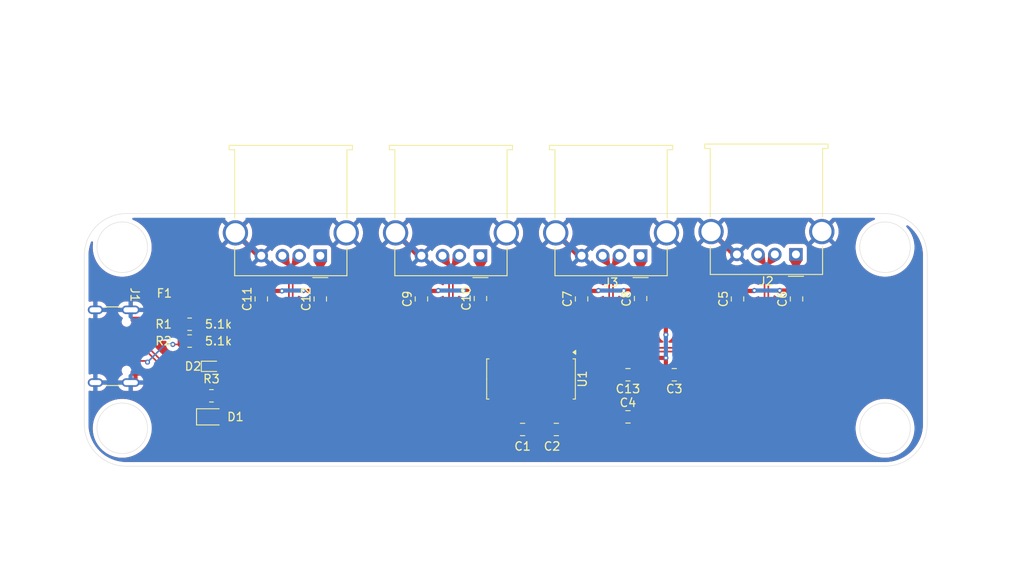
<source format=kicad_pcb>
(kicad_pcb (version 20241229) (generator "pcbnew") (generator_version "9.0")
  (layers (0 "F.Cu" signal) (2 "B.Cu" signal) (13 "F.Paste" user) (15 "B.Paste" user) (5 "F.SilkS" user "F.Silkscreen") (7 "B.SilkS" user "B.Silkscreen") (1 "F.Mask" user) (3 "B.Mask" user) (25 "Edge.Cuts" user))
  (net 0 "")
  (net 1 "GND")
  (net 2 "Net-(U1-VDD3)")
  (net 3 "Net-(U1-VDD18)")
  (net 4 "/VBUS")
  (net 5 "Net-(D1-A)")
  (net 6 "/D+")
  (net 8 "Net-(J1-CC1)")
  (net 9 "/D-")
  (net 10 "Net-(J1-CC2)")
  (net 12 "/D4-")
  (net 13 "/D4+")
  (net 14 "/D3+")
  (net 15 "/D3-")
  (net 16 "/D2+")
  (net 17 "/D2-")
  (net 18 "/D1-")
  (net 19 "/D1+")
  (net 21 "Net-(F1-Pad1)")
  (footprint "Connector_USB:USB_A_Molex_67643_Horizontal" (layer "F.Cu") (at 118 92.86 180)
    (property "Reference" "J5" (hide yes))
    (property "Value" "USB_A")
    (fp_line (start 10.81 13.1) (end 10.81 12.58) (stroke (width 0.12)) (layer "F.SilkS"))
    (fp_line (start 10.81 12.58) (end 10.16 12.58) (stroke (width 0.12)) (layer "F.SilkS"))
    (fp_line (start 10.16 4.47) (end 10.16 12.58) (stroke (width 0.12)) (layer "F.SilkS"))
    (fp_line (start 10.16 -2.38) (end 10.16 0.95) (stroke (width 0.12)) (layer "F.SilkS"))
    (fp_line (start -0.9 -2.6) (end 0.9 -2.6) (stroke (width 0.12)) (layer "F.SilkS"))
    (fp_line (start -3.16 12.58) (end -3.16 4.47) (stroke (width 0.12)) (layer "F.SilkS"))
    (fp_line (start -3.16 12.58) (end -3.81 12.58) (stroke (width 0.12)) (layer "F.SilkS"))
    (fp_line (start -3.16 -2.38) (end 10.16 -2.38) (stroke (width 0.12)) (layer "F.SilkS"))
    (fp_line (start -3.16 -2.38) (end -3.16 0.95) (stroke (width 0.12)) (layer "F.SilkS"))
    (fp_line (start -3.81 13.1) (end 10.81 13.1) (stroke (width 0.12)) (layer "F.SilkS"))
    (fp_line (start -3.81 12.58) (end -3.81 13.1) (stroke (width 0.12)) (layer "F.SilkS"))
    (pad "1" thru_hole rect (at 0 0 180) (size 1.6 1.5) (drill 0.95) (layers "*.Cu" "*.Mask") (net 4 "/VBUS"))
    (pad "2" thru_hole circle (at 2.5 0 180) (size 1.6 1.6) (drill 0.95) (layers "*.Cu" "*.Mask") (net 18 "/D1-"))
    (pad "3" thru_hole circle (at 4.5 0 180) (size 1.6 1.6) (drill 0.95) (layers "*.Cu" "*.Mask") (net 19 "/D1+"))
    (pad "4" thru_hole circle (at 7 0 180) (size 1.6 1.6) (drill 0.95) (layers "*.Cu" "*.Mask") (net 1 "GND"))
    (pad "5" thru_hole circle (at -3.07 2.71 180) (size 3 3) (drill 2.3) (layers "*.Cu" "*.Mask") (net 1 "GND"))
    (pad "5" thru_hole circle (at 10.07 2.71 180) (size 3 3) (drill 2.3) (layers "*.Cu" "*.Mask") (net 1 "GND"))
  )
  (footprint "Capacitor_SMD:C_0805_2012Metric" (layer "F.Cu") (at 146 113.5)
    (property "Reference" "C2" (at -0.5 2 0) (layer "F.SilkS"))
    (property "Value" "10uF")
    (fp_line (start -0.261252 -0.735) (end 0.261252 -0.735) (stroke (width 0.12)) (layer "F.SilkS"))
    (fp_line (start -0.261252 0.735) (end 0.261252 0.735) (stroke (width 0.12)) (layer "F.SilkS"))
    (pad "1" smd roundrect (at -0.95 0) (size 1 1.45) (layers "F.Cu" "F.Mask" "F.Paste") (net 3 "Net-(U1-VDD18)"))
    (pad "2" smd roundrect (at 0.95 0) (size 1 1.45) (layers "F.Cu" "F.Mask" "F.Paste") (net 1 "GND"))
  )
  (footprint "Resistor_SMD:R_0805_2012Metric" (layer "F.Cu") (at 105.0875 109.5)
    (property "Reference" "R3" (at 0 -2 0) (layer "F.SilkS"))
    (property "Value" "2k")
    (fp_line (start -0.227064 -0.735) (end 0.227064 -0.735) (stroke (width 0.12)) (layer "F.SilkS"))
    (fp_line (start -0.227064 0.735) (end 0.227064 0.735) (stroke (width 0.12)) (layer "F.SilkS"))
    (pad "1" smd roundrect (at -0.9125 0) (size 1.025 1.4) (layers "F.Cu" "F.Mask" "F.Paste") (roundrect_rratio 0.243902) (net 4 "/VBUS"))
    (pad "2" smd roundrect (at 0.9125 0) (size 1.025 1.4) (layers "F.Cu" "F.Mask" "F.Paste") (roundrect_rratio 0.243902) (net 5 "Net-(D1-A)"))
  )
  (footprint "Capacitor_SMD:C_0805_2012Metric" (layer "F.Cu") (at 137 97.95 90)
    (property "Reference" "C10" (at 0 -1.68 90) (layer "F.SilkS"))
    (property "Value" "100nF")
    (fp_line (start -0.261252 -0.735) (end 0.261252 -0.735) (stroke (width 0.12)) (layer "F.SilkS"))
    (fp_line (start -0.261252 0.735) (end 0.261252 0.735) (stroke (width 0.12)) (layer "F.SilkS"))
    (pad "1" smd roundrect (at -0.95 0 90) (size 1 1.45) (layers "F.Cu" "F.Mask" "F.Paste") (net 1 "GND"))
    (pad "2" smd roundrect (at 0.95 0 90) (size 1 1.45) (layers "F.Cu" "F.Mask" "F.Paste") (net 4 "/VBUS"))
  )
  (footprint "Diode_SMD:Nexperia_DSN1608-2_1.6x0.8mm" (layer "F.Cu") (at 104.9 106)
    (property "Reference" "D2" (at -2 0 0) (layer "F.SilkS"))
    (property "Value" "PTVS5V0Z1USK")
    (fp_line (start -1.015 -0.61) (end -1.015 0.61) (stroke (width 0.12)) (layer "F.SilkS"))
    (fp_line (start -1.015 0.61) (end 0.8 0.61) (stroke (width 0.12)) (layer "F.SilkS"))
    (fp_line (start 0.8 -0.61) (end -1.015 -0.61) (stroke (width 0.12)) (layer "F.SilkS"))
    (pad "1" smd roundrect (at -0.285 0) (size 0.93 0.7) (layers "F.Cu" "F.Mask" "F.Paste") (roundrect_rratio 0.1071428571) (net 4 "/VBUS"))
    (pad "2" smd roundrect (at 0.6 0) (size 0.3 0.7) (layers "F.Cu" "F.Mask" "F.Paste") (net 1 "GND"))
  )
  (footprint "Capacitor_SMD:C_0805_2012Metric" (layer "F.Cu") (at 154.5 107 180)
    (property "Reference" "C13" (at 0 -1.68 0) (layer "F.SilkS"))
    (property "Value" "10uF")
    (fp_line (start -0.261252 0.735) (end 0.261252 0.735) (stroke (width 0.12)) (layer "F.SilkS"))
    (fp_line (start -0.261252 -0.735) (end 0.261252 -0.735) (stroke (width 0.12)) (layer "F.SilkS"))
    (pad "1" smd roundrect (at -0.95 0 180) (size 1 1.45) (layers "F.Cu" "F.Mask" "F.Paste") (net 1 "GND"))
    (pad "2" smd roundrect (at 0.95 0 180) (size 1 1.45) (layers "F.Cu" "F.Mask" "F.Paste") (net 4 "/VBUS"))
  )
  (footprint "Resistor_SMD:R_0805_2012Metric" (layer "F.Cu") (at 102.5 103)
    (property "Reference" "R2" (at -3.0875 0 0) (layer "F.SilkS"))
    (property "Value" "5.1k" (at 3.4125 0 0) (layer "F.SilkS"))
    (fp_line (start -0.227064 -0.735) (end 0.227064 -0.735) (stroke (width 0.12)) (layer "F.SilkS"))
    (fp_line (start -0.227064 0.735) (end 0.227064 0.735) (stroke (width 0.12)) (layer "F.SilkS"))
    (pad "1" smd roundrect (at -0.9125 0) (size 1.025 1.4) (layers "F.Cu" "F.Mask" "F.Paste") (roundrect_rratio 0.243902) (net 10 "Net-(J1-CC2)"))
    (pad "2" smd roundrect (at 0.9125 0) (size 1.025 1.4) (layers "F.Cu" "F.Mask" "F.Paste") (roundrect_rratio 0.243902) (net 1 "GND"))
  )
  (footprint "Capacitor_SMD:C_0805_2012Metric" (layer "F.Cu") (at 154.5 112)
    (property "Reference" "C4" (at 0 -1.68 0) (layer "F.SilkS"))
    (property "Value" "100nF")
    (fp_line (start -0.261252 -0.735) (end 0.261252 -0.735) (stroke (width 0.12)) (layer "F.SilkS"))
    (fp_line (start -0.261252 0.735) (end 0.261252 0.735) (stroke (width 0.12)) (layer "F.SilkS"))
    (pad "1" smd roundrect (at -0.95 0) (size 1 1.45) (layers "F.Cu" "F.Mask" "F.Paste") (net 4 "/VBUS"))
    (pad "2" smd roundrect (at 0.95 0) (size 1 1.45) (layers "F.Cu" "F.Mask" "F.Paste") (net 1 "GND"))
  )
  (footprint "Connector_USB:USB_A_Molex_67643_Horizontal" (layer "F.Cu") (at 137 92.86 180)
    (property "Reference" "J4" (hide yes))
    (property "Value" "USB_A" (hide yes))
    (fp_line (start 10.81 13.1) (end 10.81 12.58) (stroke (width 0.12)) (layer "F.SilkS"))
    (fp_line (start 10.81 12.58) (end 10.16 12.58) (stroke (width 0.12)) (layer "F.SilkS"))
    (fp_line (start 10.16 4.47) (end 10.16 12.58) (stroke (width 0.12)) (layer "F.SilkS"))
    (fp_line (start 10.16 -2.38) (end 10.16 0.95) (stroke (width 0.12)) (layer "F.SilkS"))
    (fp_line (start -0.9 -2.6) (end 0.9 -2.6) (stroke (width 0.12)) (layer "F.SilkS"))
    (fp_line (start -3.16 12.58) (end -3.16 4.47) (stroke (width 0.12)) (layer "F.SilkS"))
    (fp_line (start -3.16 12.58) (end -3.81 12.58) (stroke (width 0.12)) (layer "F.SilkS"))
    (fp_line (start -3.16 -2.38) (end 10.16 -2.38) (stroke (width 0.12)) (layer "F.SilkS"))
    (fp_line (start -3.16 -2.38) (end -3.16 0.95) (stroke (width 0.12)) (layer "F.SilkS"))
    (fp_line (start -3.81 13.1) (end 10.81 13.1) (stroke (width 0.12)) (layer "F.SilkS"))
    (fp_line (start -3.81 12.58) (end -3.81 13.1) (stroke (width 0.12)) (layer "F.SilkS"))
    (pad "1" thru_hole rect (at 0 0 180) (size 1.6 1.5) (drill 0.95) (layers "*.Cu" "*.Mask") (net 4 "/VBUS"))
    (pad "2" thru_hole circle (at 2.5 0 180) (size 1.6 1.6) (drill 0.95) (layers "*.Cu" "*.Mask") (net 17 "/D2-"))
    (pad "3" thru_hole circle (at 4.5 0 180) (size 1.6 1.6) (drill 0.95) (layers "*.Cu" "*.Mask") (net 16 "/D2+"))
    (pad "4" thru_hole circle (at 7 0 180) (size 1.6 1.6) (drill 0.95) (layers "*.Cu" "*.Mask") (net 1 "GND"))
    (pad "5" thru_hole circle (at -3.07 2.71 180) (size 3 3) (drill 2.3) (layers "*.Cu" "*.Mask") (net 1 "GND"))
    (pad "5" thru_hole circle (at 10.07 2.71 180) (size 3 3) (drill 2.3) (layers "*.Cu" "*.Mask") (net 1 "GND"))
  )
  (footprint "Capacitor_SMD:C_0805_2012Metric" (layer "F.Cu") (at 111 98 90)
    (property "Reference" "C11" (at 0 -1.68 90) (layer "F.SilkS"))
    (property "Value" "10uF")
    (fp_line (start -0.261252 -0.735) (end 0.261252 -0.735) (stroke (width 0.12)) (layer "F.SilkS"))
    (fp_line (start -0.261252 0.735) (end 0.261252 0.735) (stroke (width 0.12)) (layer "F.SilkS"))
    (pad "1" smd roundrect (at -0.95 0 90) (size 1 1.45) (layers "F.Cu" "F.Mask" "F.Paste") (net 1 "GND"))
    (pad "2" smd roundrect (at 0.95 0 90) (size 1 1.45) (layers "F.Cu" "F.Mask" "F.Paste") (net 4 "/VBUS"))
  )
  (footprint "Resistor_SMD:R_0805_2012Metric" (layer "F.Cu") (at 102.5 101)
    (property "Reference" "R1" (at -3.0875 0 0) (layer "F.SilkS"))
    (property "Value" "5.1k" (at 3.4125 0 0) (layer "F.SilkS"))
    (fp_line (start -0.227064 -0.735) (end 0.227064 -0.735) (stroke (width 0.12)) (layer "F.SilkS"))
    (fp_line (start -0.227064 0.735) (end 0.227064 0.735) (stroke (width 0.12)) (layer "F.SilkS"))
    (pad "1" smd roundrect (at -0.9125 0) (size 1.025 1.4) (layers "F.Cu" "F.Mask" "F.Paste") (roundrect_rratio 0.243902) (net 8 "Net-(J1-CC1)"))
    (pad "2" smd roundrect (at 0.9125 0) (size 1.025 1.4) (layers "F.Cu" "F.Mask" "F.Paste") (roundrect_rratio 0.243902) (net 1 "GND"))
  )
  (footprint "Connector_USB:USB_C_Receptacle_GCT_USB4105-xx-A_16P_TopMnt_Horizontal" (layer "F.Cu") (at 92.395 103.61 -90)
    (property "Reference" "J1" (at -6.11 -3.605 270) (layer "F.SilkS"))
    (property "Value" "USB_C_Receptacle_USB2.0_16P")
    (fp_line (start -4.67 -0.1) (end -4.67 -1.8) (stroke (width 0.12)) (layer "F.SilkS"))
    (fp_line (start 4.67 -0.1) (end 4.67 -1.8) (stroke (width 0.12)) (layer "F.SilkS"))
    (pad "" np_thru_hole circle (at -2.89 -2.605 270) (size 0.65 0.65) (drill 0.65) (layers "*.Cu" "*.Mask"))
    (pad "" np_thru_hole circle (at 2.89 -2.605 270) (size 0.65 0.65) (drill 0.65) (layers "*.Cu" "*.Mask"))
    (pad "A1" smd roundrect (at -3.2 -3.68 270) (size 0.6 1.15) (layers "F.Cu" "F.Mask" "F.Paste") (net 1 "GND"))
    (pad "A4" smd roundrect (at -2.4 -3.68 270) (size 0.6 1.15) (layers "F.Cu" "F.Mask" "F.Paste") (net 21 "Net-(F1-Pad1)"))
    (pad "A5" smd roundrect (at -1.25 -3.68 270) (size 0.3 1.15) (layers "F.Cu" "F.Mask" "F.Paste") (net 8 "Net-(J1-CC1)"))
    (pad "A6" smd roundrect (at -0.25 -3.68 270) (size 0.3 1.15) (layers "F.Cu" "F.Mask" "F.Paste") (net 6 "/D+"))
    (pad "A7" smd roundrect (at 0.25 -3.68 270) (size 0.3 1.15) (layers "F.Cu" "F.Mask" "F.Paste") (net 9 "/D-"))
    (pad "A8" smd roundrect (at 1.25 -3.68 270) (size 0.3 1.15) (layers "F.Cu" "F.Mask" "F.Paste"))
    (pad "A9" smd roundrect (at 2.4 -3.68 270) (size 0.6 1.15) (layers "F.Cu" "F.Mask" "F.Paste") (net 21 "Net-(F1-Pad1)"))
    (pad "A12" smd roundrect (at 3.2 -3.68 270) (size 0.6 1.15) (layers "F.Cu" "F.Mask" "F.Paste") (net 1 "GND"))
    (pad "B1" smd roundrect (at 3.2 -3.68 270) (size 0.6 1.15) (layers "F.Cu" "F.Mask" "F.Paste") (net 1 "GND"))
    (pad "B4" smd roundrect (at 2.4 -3.68 270) (size 0.6 1.15) (layers "F.Cu" "F.Mask" "F.Paste") (net 21 "Net-(F1-Pad1)"))
    (pad "B5" smd roundrect (at 1.75 -3.68 270) (size 0.3 1.15) (layers "F.Cu" "F.Mask" "F.Paste") (net 10 "Net-(J1-CC2)"))
    (pad "B6" smd roundrect (at 0.75 -3.68 270) (size 0.3 1.15) (layers "F.Cu" "F.Mask" "F.Paste") (net 6 "/D+"))
    (pad "B7" smd roundrect (at -0.75 -3.68 270) (size 0.3 1.15) (layers "F.Cu" "F.Mask" "F.Paste") (net 9 "/D-"))
    (pad "B8" smd roundrect (at -1.75 -3.68 270) (size 0.3 1.15) (layers "F.Cu" "F.Mask" "F.Paste"))
    (pad "B9" smd roundrect (at -2.4 -3.68 270) (size 0.6 1.15) (layers "F.Cu" "F.Mask" "F.Paste") (net 21 "Net-(F1-Pad1)"))
    (pad "B12" smd roundrect (at -3.2 -3.68 270) (size 0.6 1.15) (layers "F.Cu" "F.Mask" "F.Paste") (net 1 "GND"))
    (pad "S1" thru_hole oval (at -4.32 -3.105 270) (size 1 2.1) (drill oval 0.6 1.7) (layers "*.Cu" "*.Mask" "F.Paste") (net 1 "GND"))
    (pad "S1" thru_hole oval (at -4.32 1.075 270) (size 1 1.8) (drill oval 0.6 1.4) (layers "*.Cu" "*.Mask" "F.Paste") (net 1 "GND"))
    (pad "S1" thru_hole oval (at 4.32 -3.105 270) (size 1 2.1) (drill oval 0.6 1.7) (layers "*.Cu" "*.Mask" "F.Paste") (net 1 "GND"))
    (pad "S1" thru_hole oval (at 4.32 1.075 270) (size 1 1.8) (drill oval 0.6 1.4) (layers "*.Cu" "*.Mask" "F.Paste") (net 1 "GND"))
  )
  (footprint "Capacitor_SMD:C_0805_2012Metric" (layer "F.Cu") (at 160 107 180)
    (property "Reference" "C3" (at 0 -1.68 0) (layer "F.SilkS"))
    (property "Value" "100nF")
    (fp_line (start -0.261252 0.735) (end 0.261252 0.735) (stroke (width 0.12)) (layer "F.SilkS"))
    (fp_line (start -0.261252 -0.735) (end 0.261252 -0.735) (stroke (width 0.12)) (layer "F.SilkS"))
    (pad "1" smd roundrect (at -0.95 0 180) (size 1 1.45) (layers "F.Cu" "F.Mask" "F.Paste") (net 1 "GND"))
    (pad "2" smd roundrect (at 0.95 0 180) (size 1 1.45) (layers "F.Cu" "F.Mask" "F.Paste") (net 4 "/VBUS"))
  )
  (footprint "Fuse:Fuse_0402_1005Metric" (layer "F.Cu") (at 99.5 98.5)
    (property "Reference" "F1" (at 0 -1.17 0) (layer "F.SilkS"))
    (property "Value" "Fuse")
    (pad "1" smd roundrect (at -0.485 0) (size 0.59 0.64) (layers "F.Cu" "F.Mask" "F.Paste") (net 21 "Net-(F1-Pad1)"))
    (pad "2" smd roundrect (at 0.485 0) (size 0.59 0.64) (layers "F.Cu" "F.Mask" "F.Paste") (net 4 "/VBUS"))
  )
  (footprint "Capacitor_SMD:C_0805_2012Metric" (layer "F.Cu") (at 130 98 90)
    (property "Reference" "C9" (at 0 -1.68 90) (layer "F.SilkS"))
    (property "Value" "10uF")
    (fp_line (start -0.261252 -0.735) (end 0.261252 -0.735) (stroke (width 0.12)) (layer "F.SilkS"))
    (fp_line (start -0.261252 0.735) (end 0.261252 0.735) (stroke (width 0.12)) (layer "F.SilkS"))
    (pad "1" smd roundrect (at -0.95 0 90) (size 1 1.45) (layers "F.Cu" "F.Mask" "F.Paste") (net 1 "GND"))
    (pad "2" smd roundrect (at 0.95 0 90) (size 1 1.45) (layers "F.Cu" "F.Mask" "F.Paste") (net 4 "/VBUS"))
  )
  (footprint "Connector_USB:USB_A_Molex_67643_Horizontal" (layer "F.Cu") (at 174.43 92.71 180)
    (property "Reference" "J2" (at 3.5 -3.19 0) (layer "F.SilkS"))
    (property "Value" "USB_A")
    (fp_line (start 10.81 13.1) (end 10.81 12.58) (stroke (width 0.12)) (layer "F.SilkS"))
    (fp_line (start 10.81 12.58) (end 10.16 12.58) (stroke (width 0.12)) (layer "F.SilkS"))
    (fp_line (start 10.16 4.47) (end 10.16 12.58) (stroke (width 0.12)) (layer "F.SilkS"))
    (fp_line (start 10.16 -2.38) (end 10.16 0.95) (stroke (width 0.12)) (layer "F.SilkS"))
    (fp_line (start -0.9 -2.6) (end 0.9 -2.6) (stroke (width 0.12)) (layer "F.SilkS"))
    (fp_line (start -3.16 12.58) (end -3.16 4.47) (stroke (width 0.12)) (layer "F.SilkS"))
    (fp_line (start -3.16 12.58) (end -3.81 12.58) (stroke (width 0.12)) (layer "F.SilkS"))
    (fp_line (start -3.16 -2.38) (end 10.16 -2.38) (stroke (width 0.12)) (layer "F.SilkS"))
    (fp_line (start -3.16 -2.38) (end -3.16 0.95) (stroke (width 0.12)) (layer "F.SilkS"))
    (fp_line (start -3.81 13.1) (end 10.81 13.1) (stroke (width 0.12)) (layer "F.SilkS"))
    (fp_line (start -3.81 12.58) (end -3.81 13.1) (stroke (width 0.12)) (layer "F.SilkS"))
    (pad "1" thru_hole rect (at 0 0 180) (size 1.6 1.5) (drill 0.95) (layers "*.Cu" "*.Mask") (net 4 "/VBUS"))
    (pad "2" thru_hole circle (at 2.5 0 180) (size 1.6 1.6) (drill 0.95) (layers "*.Cu" "*.Mask") (net 12 "/D4-"))
    (pad "3" thru_hole circle (at 4.5 0 180) (size 1.6 1.6) (drill 0.95) (layers "*.Cu" "*.Mask") (net 13 "/D4+"))
    (pad "4" thru_hole circle (at 7 0 180) (size 1.6 1.6) (drill 0.95) (layers "*.Cu" "*.Mask") (net 1 "GND"))
    (pad "5" thru_hole circle (at -3.07 2.71 180) (size 3 3) (drill 2.3) (layers "*.Cu" "*.Mask") (net 1 "GND"))
    (pad "5" thru_hole circle (at 10.07 2.71 180) (size 3 3) (drill 2.3) (layers "*.Cu" "*.Mask") (net 1 "GND"))
  )
  (footprint "Connector_USB:USB_A_Molex_67643_Horizontal" (layer "F.Cu") (at 156 92.86 180)
    (property "Reference" "J3" (at 3.5 -3.19 0) (layer "F.SilkS"))
    (property "Value" "USB_A")
    (fp_line (start 10.81 13.1) (end 10.81 12.58) (stroke (width 0.12)) (layer "F.SilkS"))
    (fp_line (start 10.81 12.58) (end 10.16 12.58) (stroke (width 0.12)) (layer "F.SilkS"))
    (fp_line (start 10.16 4.47) (end 10.16 12.58) (stroke (width 0.12)) (layer "F.SilkS"))
    (fp_line (start 10.16 -2.38) (end 10.16 0.95) (stroke (width 0.12)) (layer "F.SilkS"))
    (fp_line (start -0.9 -2.6) (end 0.9 -2.6) (stroke (width 0.12)) (layer "F.SilkS"))
    (fp_line (start -3.16 12.58) (end -3.16 4.47) (stroke (width 0.12)) (layer "F.SilkS"))
    (fp_line (start -3.16 12.58) (end -3.81 12.58) (stroke (width 0.12)) (layer "F.SilkS"))
    (fp_line (start -3.16 -2.38) (end 10.16 -2.38) (stroke (width 0.12)) (layer "F.SilkS"))
    (fp_line (start -3.16 -2.38) (end -3.16 0.95) (stroke (width 0.12)) (layer "F.SilkS"))
    (fp_line (start -3.81 13.1) (end 10.81 13.1) (stroke (width 0.12)) (layer "F.SilkS"))
    (fp_line (start -3.81 12.58) (end -3.81 13.1) (stroke (width 0.12)) (layer "F.SilkS"))
    (pad "1" thru_hole rect (at 0 0 180) (size 1.6 1.5) (drill 0.95) (layers "*.Cu" "*.Mask") (net 4 "/VBUS"))
    (pad "2" thru_hole circle (at 2.5 0 180) (size 1.6 1.6) (drill 0.95) (layers "*.Cu" "*.Mask") (net 15 "/D3-"))
    (pad "3" thru_hole circle (at 4.5 0 180) (size 1.6 1.6) (drill 0.95) (layers "*.Cu" "*.Mask") (net 14 "/D3+"))
    (pad "4" thru_hole circle (at 7 0 180) (size 1.6 1.6) (drill 0.95) (layers "*.Cu" "*.Mask") (net 1 "GND"))
    (pad "5" thru_hole circle (at -3.07 2.71 180) (size 3 3) (drill 2.3) (layers "*.Cu" "*.Mask") (net 1 "GND"))
    (pad "5" thru_hole circle (at 10.07 2.71 180) (size 3 3) (drill 2.3) (layers "*.Cu" "*.Mask") (net 1 "GND"))
  )
  (footprint "Capacitor_SMD:C_0805_2012Metric" (layer "F.Cu") (at 156 97.95 90)
    (property "Reference" "C8" (at 0 -1.68 90) (layer "F.SilkS"))
    (property "Value" "100nF")
    (fp_line (start -0.261252 -0.735) (end 0.261252 -0.735) (stroke (width 0.12)) (layer "F.SilkS"))
    (fp_line (start -0.261252 0.735) (end 0.261252 0.735) (stroke (width 0.12)) (layer "F.SilkS"))
    (pad "1" smd roundrect (at -0.95 0 90) (size 1 1.45) (layers "F.Cu" "F.Mask" "F.Paste") (net 1 "GND"))
    (pad "2" smd roundrect (at 0.95 0 90) (size 1 1.45) (layers "F.Cu" "F.Mask" "F.Paste") (net 4 "/VBUS"))
  )
  (footprint "Capacitor_SMD:C_0805_2012Metric" (layer "F.Cu") (at 167.5 98 90)
    (property "Reference" "C5" (at 0 -1.68 90) (layer "F.SilkS"))
    (property "Value" "10uF")
    (fp_line (start -0.261252 -0.735) (end 0.261252 -0.735) (stroke (width 0.12)) (layer "F.SilkS"))
    (fp_line (start -0.261252 0.735) (end 0.261252 0.735) (stroke (width 0.12)) (layer "F.SilkS"))
    (pad "1" smd roundrect (at -0.95 0 90) (size 1 1.45) (layers "F.Cu" "F.Mask" "F.Paste") (net 1 "GND"))
    (pad "2" smd roundrect (at 0.95 0 90) (size 1 1.45) (layers "F.Cu" "F.Mask" "F.Paste") (net 4 "/VBUS"))
  )
  (footprint "LED_SMD:LED_0805_2012Metric" (layer "F.Cu") (at 105 112)
    (property "Reference" "D1" (at 2.9375 0 0) (layer "F.SilkS"))
    (property "Value" "LED_Small")
    (fp_line (start -1.685 -0.96) (end -1.685 0.96) (stroke (width 0.12)) (layer "F.SilkS"))
    (fp_line (start -1.685 0.96) (end 1 0.96) (stroke (width 0.12)) (layer "F.SilkS"))
    (fp_line (start 1 -0.96) (end -1.685 -0.96) (stroke (width 0.12)) (layer "F.SilkS"))
    (pad "1" smd roundrect (at -0.9375 0) (size 0.975 1.4) (layers "F.Cu" "F.Mask" "F.Paste") (net 1 "GND"))
    (pad "2" smd roundrect (at 0.9375 0) (size 0.975 1.4) (layers "F.Cu" "F.Mask" "F.Paste") (net 5 "Net-(D1-A)"))
  )
  (footprint "Capacitor_SMD:C_0805_2012Metric" (layer "F.Cu") (at 174.5 98 90)
    (property "Reference" "C6" (at 0 -1.68 90) (layer "F.SilkS"))
    (property "Value" "100nF")
    (fp_line (start -0.261252 -0.735) (end 0.261252 -0.735) (stroke (width 0.12)) (layer "F.SilkS"))
    (fp_line (start -0.261252 0.735) (end 0.261252 0.735) (stroke (width 0.12)) (layer "F.SilkS"))
    (pad "1" smd roundrect (at -0.95 0 90) (size 1 1.45) (layers "F.Cu" "F.Mask" "F.Paste") (net 1 "GND"))
    (pad "2" smd roundrect (at 0.95 0 90) (size 1 1.45) (layers "F.Cu" "F.Mask" "F.Paste") (net 4 "/VBUS"))
  )
  (footprint "Capacitor_SMD:C_0805_2012Metric" (layer "F.Cu") (at 149 98 90)
    (property "Reference" "C7" (at 0 -1.68 90) (layer "F.SilkS"))
    (property "Value" "10uF")
    (fp_line (start -0.261252 -0.735) (end 0.261252 -0.735) (stroke (width 0.12)) (layer "F.SilkS"))
    (fp_line (start -0.261252 0.735) (end 0.261252 0.735) (stroke (width 0.12)) (layer "F.SilkS"))
    (pad "1" smd roundrect (at -0.95 0 90) (size 1 1.45) (layers "F.Cu" "F.Mask" "F.Paste") (net 1 "GND"))
    (pad "2" smd roundrect (at 0.95 0 90) (size 1 1.45) (layers "F.Cu" "F.Mask" "F.Paste") (net 4 "/VBUS"))
  )
  (footprint "Package_SO:SOIC-16_4.55x10.3mm_P1.27mm" (layer "F.Cu") (at 143 107.5 -90)
    (property "Reference" "U1" (at 0 -6.1 90) (layer "F.SilkS"))
    (property "Value" "SL2.1A")
    (fp_line (start -2.385 5.26) (end -2.385 4.98) (stroke (width 0.12)) (layer "F.SilkS"))
    (fp_line (start 0 5.26) (end -2.385 5.26) (stroke (width 0.12)) (layer "F.SilkS"))
    (fp_line (start 0 5.26) (end 2.385 5.26) (stroke (width 0.12)) (layer "F.SilkS"))
    (fp_line (start 2.385 5.26) (end 2.385 4.98) (stroke (width 0.12)) (layer "F.SilkS"))
    (fp_line (start -2.385 -5.26) (end -2.385 -4.98) (stroke (width 0.12)) (layer "F.SilkS"))
    (fp_line (start 0 -5.26) (end -2.385 -5.26) (stroke (width 0.12)) (layer "F.SilkS"))
    (fp_line (start 0 -5.26) (end 2.385 -5.26) (stroke (width 0.12)) (layer "F.SilkS"))
    (fp_line (start 2.385 -5.26) (end 2.385 -4.98) (stroke (width 0.12)) (layer "F.SilkS"))
    (fp_poly (pts (xy -3.1625 -4.98) (xy -3.4025 -5.31) (xy -2.9225 -5.31) (xy -3.1625 -4.98)) (stroke (width 0.12)) (fill yes) (layer "F.SilkS"))
    (pad "1" smd roundrect (at -3.25 -4.445 270) (size 1.6 0.55) (layers "F.Cu" "F.Mask" "F.Paste") (net 12 "/D4-"))
    (pad "2" smd roundrect (at -3.25 -3.175 270) (size 1.6 0.55) (layers "F.Cu" "F.Mask" "F.Paste") (net 13 "/D4+"))
    (pad "3" smd roundrect (at -3.25 -1.905 270) (size 1.6 0.55) (layers "F.Cu" "F.Mask" "F.Paste") (net 15 "/D3-"))
    (pad "4" smd roundrect (at -3.25 -0.635 270) (size 1.6 0.55) (layers "F.Cu" "F.Mask" "F.Paste") (net 14 "/D3+"))
    (pad "5" smd roundrect (at -3.25 0.635 270) (size 1.6 0.55) (layers "F.Cu" "F.Mask" "F.Paste") (net 17 "/D2-"))
    (pad "6" smd roundrect (at -3.25 1.905 270) (size 1.6 0.55) (layers "F.Cu" "F.Mask" "F.Paste") (net 16 "/D2+"))
    (pad "7" smd roundrect (at -3.25 3.175 270) (size 1.6 0.55) (layers "F.Cu" "F.Mask" "F.Paste") (net 18 "/D1-"))
    (pad "8" smd roundrect (at -3.25 4.445 270) (size 1.6 0.55) (layers "F.Cu" "F.Mask" "F.Paste") (net 19 "/D1+"))
    (pad "9" smd roundrect (at 3.25 4.445 270) (size 1.6 0.55) (layers "F.Cu" "F.Mask" "F.Paste") (net 9 "/D-"))
    (pad "10" smd roundrect (at 3.25 3.175 270) (size 1.6 0.55) (layers "F.Cu" "F.Mask" "F.Paste") (net 6 "/D+"))
    (pad "11" smd roundrect (at 3.25 1.905 270) (size 1.6 0.55) (layers "F.Cu" "F.Mask" "F.Paste") (net 4 "/VBUS"))
    (pad "12" smd roundrect (at 3.25 0.635 270) (size 1.6 0.55) (layers "F.Cu" "F.Mask" "F.Paste") (net 1 "GND"))
    (pad "13" smd roundrect (at 3.25 -0.635 270) (size 1.6 0.55) (layers "F.Cu" "F.Mask" "F.Paste") (net 2 "Net-(U1-VDD3)"))
    (pad "14" smd roundrect (at 3.25 -1.905 270) (size 1.6 0.55) (layers "F.Cu" "F.Mask" "F.Paste") (net 3 "Net-(U1-VDD18)"))
    (pad "15" smd roundrect (at 3.25 -3.175 270) (size 1.6 0.55) (layers "F.Cu" "F.Mask" "F.Paste"))
    (pad "16" smd roundrect (at 3.25 -4.445 270) (size 1.6 0.55) (layers "F.Cu" "F.Mask" "F.Paste") (net 1 "GND"))
  )
  (footprint "Capacitor_SMD:C_0805_2012Metric" (layer "F.Cu") (at 118 98 90)
    (property "Reference" "C12" (at 0 -1.68 90) (layer "F.SilkS"))
    (property "Value" "10nF")
    (fp_line (start -0.261252 -0.735) (end 0.261252 -0.735) (stroke (width 0.12)) (layer "F.SilkS"))
    (fp_line (start -0.261252 0.735) (end 0.261252 0.735) (stroke (width 0.12)) (layer "F.SilkS"))
    (pad "1" smd roundrect (at -0.95 0 90) (size 1 1.45) (layers "F.Cu" "F.Mask" "F.Paste") (net 1 "GND"))
    (pad "2" smd roundrect (at 0.95 0 90) (size 1 1.45) (layers "F.Cu" "F.Mask" "F.Paste") (net 4 "/VBUS"))
  )
  (footprint "Capacitor_SMD:C_0805_2012Metric" (layer "F.Cu") (at 142 113.5 180)
    (property "Reference" "C1" (at 0 -2 0) (layer "F.SilkS"))
    (property "Value" "10uF")
    (fp_line (start -0.261252 0.735) (end 0.261252 0.735) (stroke (width 0.12)) (layer "F.SilkS"))
    (fp_line (start -0.261252 -0.735) (end 0.261252 -0.735) (stroke (width 0.12)) (layer "F.SilkS"))
    (pad "1" smd roundrect (at -0.95 0 180) (size 1 1.45) (layers "F.Cu" "F.Mask" "F.Paste") (net 2 "Net-(U1-VDD3)"))
    (pad "2" smd roundrect (at 0.95 0 180) (size 1 1.45) (layers "F.Cu" "F.Mask" "F.Paste") (net 1 "GND"))
  )
  (gr_line (start 190 92.86) (end 190 112.86) (stroke (width 0.05)) (layer "Edge.Cuts"))
  (gr_line (start 185 117.86) (end 95 117.86) (stroke (width 0.05)) (layer "Edge.Cuts"))
  (gr_circle (center 185 113.36) (end 188 113.36) (stroke (width 0.05)) (fill no) (layer "Edge.Cuts"))
  (gr_line (start 95 87.86) (end 185 87.86) (stroke (width 0.05)) (layer "Edge.Cuts"))
  (gr_arc (start 90 92.86) (mid 91.464466 89.324466) (end 95 87.86) (stroke (width 0.05)) (layer "Edge.Cuts"))
  (gr_circle (center 94.5 91.86) (end 97.5 91.86) (stroke (width 0.05)) (fill no) (layer "Edge.Cuts"))
  (gr_arc (start 95 117.86) (mid 91.464466 116.395534) (end 90 112.86) (stroke (width 0.05)) (layer "Edge.Cuts"))
  (gr_line (start 90 112.86) (end 90 92.86) (stroke (width 0.05)) (layer "Edge.Cuts"))
  (gr_arc (start 190 112.86) (mid 188.535534 116.395534) (end 185 117.86) (stroke (width 0.05)) (layer "Edge.Cuts"))
  (gr_circle (center 185 91.86) (end 188 91.86) (stroke (width 0.05)) (fill no) (layer "Edge.Cuts"))
  (gr_arc (start 185 87.86) (mid 188.535534 89.324466) (end 190 92.86) (stroke (width 0.05)) (layer "Edge.Cuts"))
  (gr_circle (center 94.5 113.36) (end 97.5 113.36) (stroke (width 0.05)) (fill no) (layer "Edge.Cuts"))
  (segment (start 167.07 92.71) (end 164.36 90) (width 0.6) (layer "F.Cu") (net 1))
  (segment (start 148.64 92.86) (end 145.93 90.15) (width 0.6) (layer "F.Cu") (net 1))
  (segment (start 167.43 92.71) (end 167.07 92.71) (width 0.6) (layer "F.Cu") (net 1))
  (segment (start 130 92.86) (end 129.64 92.86) (width 0.6) (layer "F.Cu") (net 1))
  (segment (start 111 92.86) (end 110.64 92.86) (width 0.6) (layer "F.Cu") (net 1))
  (segment (start 110.64 92.86) (end 107.93 90.15) (width 0.6) (layer "F.Cu") (net 1))
  (segment (start 149 92.86) (end 148.64 92.86) (width 0.6) (layer "F.Cu") (net 1))
  (segment (start 142.365 110.75) (end 142.365 112.185) (width 0.2) (layer "F.Cu") (net 1))
  (segment (start 129.64 92.86) (end 126.93 90.15) (width 0.6) (layer "F.Cu") (net 1))
  (segment (start 142.365 112.185) (end 141.05 113.5) (width 0.2) (layer "F.Cu") (net 1))
  (segment (start 142.95 113.5) (end 142.95 111.435) (width 0.2) (layer "F.Cu") (net 2))
  (segment (start 142.95 111.435) (end 143.635 110.75) (width 0.2) (layer "F.Cu") (net 2))
  (segment (start 144.905 110.75) (end 144.905 113.355) (width 0.2) (layer "F.Cu") (net 3))
  (segment (start 144.905 113.355) (end 145.05 113.5) (width 0.2) (layer "F.Cu") (net 3))
  (segment (start 116.5 97) (end 116.55 97.05) (width 0.2) (layer "F.Cu") (net 4))
  (segment (start 159 106.95) (end 159.05 107) (width 0.5) (layer "F.Cu") (net 4))
  (segment (start 144.691056 107) (end 153.55 107) (width 0.2) (layer "F.Cu") (net 4))
  (segment (start 99.985 98.5) (end 100.5 98.5) (width 0.5) (layer "F.Cu") (net 4))
  (segment (start 102.623292 98.5) (end 104.615 100.491708) (width 0.2) (layer "F.Cu") (net 4))
  (segment (start 155.55 105) (end 153.55 107) (width 0.5) (layer "F.Cu") (net 4))
  (segment (start 167.5 97.05) (end 169.45 97.05) (width 0.5) (layer "F.Cu") (net 4))
  (segment (start 130 97.05) (end 130.55 97.05) (width 0.6) (layer "F.Cu") (net 4))
  (segment (start 100.5 98.5) (end 101.95 97.05) (width 0.5) (layer "F.Cu") (net 4))
  (segment (start 159 105) (end 155.55 105) (width 0.5) (layer "F.Cu") (net 4))
  (segment (start 118 92.86) (end 118 97.05) (width 0.6) (layer "F.Cu") (net 4))
  (segment (start 130 97.05) (end 131.95 97.05) (width 0.5) (layer "F.Cu") (net 4))
  (segment (start 174.5 97.05) (end 172.55 97.05) (width 0.6) (layer "F.Cu") (net 4))
  (segment (start 130.55 97.05) (end 130.6 97) (width 0.6) (layer "F.Cu") (net 4))
  (segment (start 156 97) (end 159 100) (width 0.5) (layer "F.Cu") (net 4))
  (segment (start 153.55 107) (end 153.55 112) (width 0.5) (layer "F.Cu") (net 4))
  (segment (start 116.55 97.05) (end 118 97.05) (width 0.5) (layer "F.Cu") (net 4))
  (segment (start 174.43 92.71) (end 174.43 96.98) (width 0.6) (layer "F.Cu") (net 4))
  (segment (start 137 97) (end 138 97) (width 0.5) (layer "F.Cu") (net 4))
  (segment (start 174.43 96.98) (end 174.5 97.05) (width 0.6) (layer "F.Cu") (net 4))
  (segment (start 137 92.86) (end 137 97) (width 0.6) (layer "F.Cu") (net 4))
  (segment (start 138 97) (end 138.05 97.05) (width 0.2) (layer "F.Cu") (net 4))
  (segment (start 104.175 106.44) (end 104.615 106) (width 0.2) (layer "F.Cu") (net 4))
  (segment (start 159 100) (end 159 102.249) (width 0.5) (layer "F.Cu") (net 4))
  (segment (start 169.45 97.05) (end 169.5 97) (width 0.2) (layer "F.Cu") (net 4))
  (segment (start 118 97.05) (end 130 97.05) (width 0.5) (layer "F.Cu") (net 4))
  (segment (start 116 97) (end 116.5 97) (width 0.2) (layer "F.Cu") (net 4))
  (segment (start 141.095 110.75) (end 141.095 110.596056) (width 0.2) (layer "F.Cu") (net 4))
  (segment (start 135 97) (end 137 97) (width 0.5) (layer "F.Cu") (net 4))
  (segment (start 154 97) (end 156 97) (width 0.5) (layer "F.Cu") (net 4))
  (segment (start 156 92.86) (end 156 97) (width 0.6) (layer "F.Cu") (net 4))
  (segment (start 111 97.05) (end 113.45 97.05) (width 0.5) (layer "F.Cu") (net 4))
  (segment (start 141.095 110.596056) (end 144.691056 107) (width 0.2) (layer "F.Cu") (net 4))
  (segment (start 99.985 98.5) (end 102.623292 98.5) (width 0.2) (layer "F.Cu") (net 4))
  (segment (start 172.55 97.05) (end 172.5 97) (width 0.6) (layer "F.Cu") (net 4))
  (segment (start 150.95 97.05) (end 151 97) (width 0.2) (layer "F.Cu") (net 4))
  (segment (start 148.95 97) (end 149 97.05) (width 0.6) (layer "F.Cu") (net 4))
  (segment (start 156 97) (end 167.45 97) (width 0.5) (layer "F.Cu") (net 4))
  (segment (start 104.175 109.5) (end 104.175 106.44) (width 0.2) (layer "F.Cu") (net 4))
  (segment (start 159 105) (end 159 106.95) (width 0.5) (layer "F.Cu") (net 4))
  (segment (start 138.05 97.05) (end 149 97.05) (width 0.5) (layer "F.Cu") (net 4))
  (segment (start 104.615 100.491708) (end 104.615 106) (width 0.2) (layer "F.Cu") (net 4))
  (segment (start 131.95 97.05) (end 132 97) (width 0.2) (layer "F.Cu") (net 4))
  (segment (start 149 97.05) (end 150.95 97.05) (width 0.5) (layer "F.Cu") (net 4))
  (segment (start 101.95 97.05) (end 111 97.05) (width 0.5) (layer "F.Cu") (net 4))
  (segment (start 167.45 97) (end 167.5 97.05) (width 0.2) (layer "F.Cu") (net 4))
  (via (at 172.5 97) (size 0.6) (drill 0.3) (layers "F.Cu" "B.Cu") (net 4))
  (via (at 135 97) (size 0.6) (drill 0.3) (layers "F.Cu" "B.Cu") (net 4))
  (via (at 154 97) (size 0.6) (drill 0.3) (layers "F.Cu" "B.Cu") (net 4))
  (via (at 159 105) (size 0.6) (drill 0.3) (layers "F.Cu" "B.Cu") (net 4))
  (via (at 159 102.249) (size 0.6) (drill 0.3) (layers "F.Cu" "B.Cu") (net 4))
  (via (at 151 97) (size 0.6) (drill 0.3) (layers "F.Cu" "B.Cu") (net 4))
  (via (at 113.45 97.05) (size 0.6) (drill 0.3) (layers "F.Cu" "B.Cu") (net 4))
  (via (at 169.5 97) (size 0.6) (drill 0.3) (layers "F.Cu" "B.Cu") (net 4))
  (via (at 132 97) (size 0.6) (drill 0.3) (layers "F.Cu" "B.Cu") (net 4))
  (via (at 116 97) (size 0.6) (drill 0.3) (layers "F.Cu" "B.Cu") (net 4))
  (segment (start 113.45 97.05) (end 113.5 97) (width 0.2) (layer "B.Cu") (net 4))
  (segment (start 113.5 97) (end 116 97) (width 0.5) (layer "B.Cu") (net 4))
  (segment (start 169.5 97) (end 172.5 97) (width 0.5) (layer "B.Cu") (net 4))
  (segment (start 151 97) (end 154 97) (width 0.5) (layer "B.Cu") (net 4))
  (segment (start 159 102.249) (end 159 105) (width 0.5) (layer "B.Cu") (net 4))
  (segment (start 132 97) (end 135 97) (width 0.5) (layer "B.Cu") (net 4))
  (segment (start 106 109.5) (end 106 111.9375) (width 0.2) (layer "F.Cu") (net 5))
  (segment (start 106 111.9375) (end 105.9375 112) (width 0.2) (layer "F.Cu") (net 5))
  (segment (start 97.5168 104.335) (end 98.775 105.5932) (width 0.2) (layer "F.Cu") (net 6))
  (segment (start 96.962501 104.335) (end 97.5168 104.335) (width 0.2) (layer "F.Cu") (net 6))
  (segment (start 100.4068 115.725) (end 134.85 115.725) (width 0.2) (layer "F.Cu") (net 6))
  (segment (start 139.13 111.597528) (end 139.13 111.445) (width 0.2) (layer "F.Cu") (net 6))
  (segment (start 96.075 104.36) (end 96.937501 104.36) (width 0.2) (layer "F.Cu") (net 6))
  (segment (start 138.725 111.85) (end 138.877528 111.85) (width 0.2) (layer "F.Cu") (net 6))
  (segment (start 139.13 111.445) (end 139.825 110.75) (width 0.2) (layer "F.Cu") (net 6))
  (segment (start 98.775 105.5932) (end 98.775 114.0932) (width 0.2) (layer "F.Cu") (net 6))
  (segment (start 138.877528 111.85) (end 139.13 111.597528) (width 0.2) (layer "F.Cu") (net 6))
  (segment (start 96.937501 104.36) (end 96.962501 104.335) (width 0.2) (layer "F.Cu") (net 6))
  (segment (start 98.775 114.0932) (end 100.4068 115.725) (width 0.2) (layer "F.Cu") (net 6))
  (segment (start 134.85 115.725) (end 138.725 111.85) (width 0.2) (layer "F.Cu") (net 6))
  (segment (start 96.075 102.36) (end 100.2275 102.36) (width 0.2) (layer "F.Cu") (net 8))
  (segment (start 100.2275 102.36) (end 101.5875 101) (width 0.2) (layer "F.Cu") (net 8))
  (segment (start 96.075 103.86) (end 96.937501 103.86) (width 0.2) (layer "F.Cu") (net 9))
  (segment (start 97.7032 103.885) (end 99.225 105.4068) (width 0.2) (layer "F.Cu") (net 9))
  (segment (start 96.962501 103.885) (end 97.7032 103.885) (width 0.2) (layer "F.Cu") (net 9))
  (segment (start 99.225 113.9068) (end 100.5932 115.275) (width 0.2) (layer "F.Cu") (net 9))
  (segment (start 134.663603 115.275) (end 138.555 111.383603) (width 0.2) (layer "F.Cu") (net 9))
  (segment (start 96.937501 103.86) (end 96.962501 103.885) (width 0.2) (layer "F.Cu") (net 9))
  (segment (start 138.555 111.383603) (end 138.555 110.75) (width 0.2) (layer "F.Cu") (net 9))
  (segment (start 99.225 105.4068) (end 99.225 113.9068) (width 0.2) (layer "F.Cu") (net 9))
  (segment (start 100.5932 115.275) (end 134.663603 115.275) (width 0.2) (layer "F.Cu") (net 9))
  (segment (start 96.075 105.36) (end 97.36 105.36) (width 0.2) (layer "F.Cu") (net 10))
  (segment (start 97.36 105.36) (end 97.5 105.5) (width 0.2) (layer "F.Cu") (net 10))
  (segment (start 100.5 103.399) (end 101.1885 103.399) (width 0.2) (layer "F.Cu") (net 10))
  (segment (start 101.1885 103.399) (end 101.5875 103) (width 0.2) (layer "F.Cu") (net 10))
  (via (at 100.5 103.399) (size 0.6) (drill 0.3) (layers "F.Cu" "B.Cu") (net 10))
  (via (at 97.5 105.5) (size 0.6) (drill 0.3) (layers "F.Cu" "B.Cu") (net 10))
  (segment (start 97.5 105.5) (end 99.601 103.399) (width 0.2) (layer "B.Cu") (net 10))
  (segment (start 99.601 103.399) (end 100.5 103.399) (width 0.2) (layer "B.Cu") (net 10))
  (segment (start 171.155001 102.663199) (end 171.155001 93.484999) (width 0.2) (layer "F.Cu") (net 12))
  (segment (start 171.155001 93.484999) (end 171.93 92.71) (width 0.2) (layer "F.Cu") (net 12))
  (segment (start 147.445 104.25) (end 169.5682 104.25) (width 0.2) (layer "F.Cu") (net 12))
  (segment (start 169.5682 104.25) (end 171.155001 102.663199) (width 0.2) (layer "F.Cu") (net 12))
  (segment (start 147.767528 103.15) (end 148.417528 103.8) (width 0.2) (layer "F.Cu") (net 13))
  (segment (start 146.625 103.647472) (end 147.122472 103.15) (width 0.2) (layer "F.Cu") (net 13))
  (segment (start 146.625 103.8) (end 146.625 103.647472) (width 0.2) (layer "F.Cu") (net 13))
  (segment (start 170.704999 93.484999) (end 169.93 92.71) (width 0.2) (layer "F.Cu") (net 13))
  (segment (start 148.417528 103.8) (end 169.3818 103.8) (width 0.2) (layer "F.Cu") (net 13))
  (segment (start 170.704999 102.476801) (end 170.704999 93.484999) (width 0.2) (layer "F.Cu") (net 13))
  (segment (start 169.3818 103.8) (end 170.704999 102.476801) (width 0.2) (layer "F.Cu") (net 13))
  (segment (start 147.122472 103.15) (end 147.767528 103.15) (width 0.2) (layer "F.Cu") (net 13))
  (segment (start 146.175 104.25) (end 146.625 103.8) (width 0.2) (layer "F.Cu") (net 13))
  (segment (start 144.735 103.15) (end 144.582472 103.15) (width 0.2) (layer "F.Cu") (net 14))
  (segment (start 151.4068 100.275) (end 147.61 100.275) (width 0.2) (layer "F.Cu") (net 14))
  (segment (start 144.33 103.555) (end 143.635 104.25) (width 0.2) (layer "F.Cu") (net 14))
  (segment (start 144.582472 103.15) (end 144.33 103.402472) (width 0.2) (layer "F.Cu") (net 14))
  (segment (start 152.274999 93.634999) (end 152.274999 99.406801) (width 0.2) (layer "F.Cu") (net 14))
  (segment (start 151.5 92.86) (end 152.274999 93.634999) (width 0.2) (layer "F.Cu") (net 14))
  (segment (start 144.33 103.402472) (end 144.33 103.555) (width 0.2) (layer "F.Cu") (net 14))
  (segment (start 152.274999 99.406801) (end 151.4068 100.275) (width 0.2) (layer "F.Cu") (net 14))
  (segment (start 147.61 100.275) (end 144.735 103.15) (width 0.2) (layer "F.Cu") (net 14))
  (segment (start 152.725001 99.593199) (end 151.5932 100.725) (width 0.2) (layer "F.Cu") (net 15))
  (segment (start 147.796397 100.725) (end 144.905 103.616397) (width 0.2) (layer "F.Cu") (net 15))
  (segment (start 144.905 103.616397) (end 144.905 104.25) (width 0.2) (layer "F.Cu") (net 15))
  (segment (start 151.5932 100.725) (end 147.796397 100.725) (width 0.2) (layer "F.Cu") (net 15))
  (segment (start 153.5 92.86) (end 152.725001 93.634999) (width 0.2) (layer "F.Cu") (net 15))
  (segment (start 152.725001 93.634999) (end 152.725001 99.593199) (width 0.2) (layer "F.Cu") (net 15))
  (segment (start 134.9068 100.725) (end 138.203603 100.725) (width 0.2) (layer "F.Cu") (net 16))
  (segment (start 141.095 103.616397) (end 141.095 104.25) (width 0.2) (layer "F.Cu") (net 16))
  (segment (start 138.203603 100.725) (end 141.095 103.616397) (width 0.2) (layer "F.Cu") (net 16))
  (segment (start 132.5 92.86) (end 133.274999 93.634999) (width 0.2) (layer "F.Cu") (net 16))
  (segment (start 133.274999 99.093199) (end 134.9068 100.725) (width 0.2) (layer "F.Cu") (net 16))
  (segment (start 133.274999 93.634999) (end 133.274999 99.093199) (width 0.2) (layer "F.Cu") (net 16))
  (segment (start 141.67 103.402472) (end 141.67 103.555) (width 0.2) (layer "F.Cu") (net 17))
  (segment (start 133.725001 93.634999) (end 133.725001 98.906801) (width 0.2) (layer "F.Cu") (net 17))
  (segment (start 134.5 92.86) (end 133.725001 93.634999) (width 0.2) (layer "F.Cu") (net 17))
  (segment (start 141.265 103.15) (end 141.417528 103.15) (width 0.2) (layer "F.Cu") (net 17))
  (segment (start 133.725001 98.906801) (end 135.0932 100.275) (width 0.2) (layer "F.Cu") (net 17))
  (segment (start 138.39 100.275) (end 141.265 103.15) (width 0.2) (layer "F.Cu") (net 17))
  (segment (start 135.0932 100.275) (end 138.39 100.275) (width 0.2) (layer "F.Cu") (net 17))
  (segment (start 141.67 103.555) (end 142.365 104.25) (width 0.2) (layer "F.Cu") (net 17))
  (segment (start 141.417528 103.15) (end 141.67 103.402472) (width 0.2) (layer "F.Cu") (net 17))
  (segment (start 139.825 104.25) (end 139.375 103.8) (width 0.2) (layer "F.Cu") (net 18))
  (segment (start 139.375 103.647472) (end 138.877528 103.15) (width 0.2) (layer "F.Cu") (net 18))
  (segment (start 114.725001 93.634999) (end 115.5 92.86) (width 0.2) (layer "F.Cu") (net 18))
  (segment (start 138.232472 103.15) (end 137.582472 103.8) (width 0.2) (layer "F.Cu") (net 18))
  (segment (start 139.375 103.8) (end 139.375 103.647472) (width 0.2) (layer "F.Cu") (net 18))
  (segment (start 137.582472 103.8) (end 117.6182 103.8) (width 0.2) (layer "F.Cu") (net 18))
  (segment (start 138.877528 103.15) (end 138.232472 103.15) (width 0.2) (layer "F.Cu") (net 18))
  (segment (start 114.725001 100.906801) (end 114.725001 93.634999) (width 0.2) (layer "F.Cu") (net 18))
  (segment (start 117.6182 103.8) (end 114.725001 100.906801) (width 0.2) (layer "F.Cu") (net 18))
  (segment (start 114.274999 93.634999) (end 113.5 92.86) (width 0.2) (layer "F.Cu") (net 19))
  (segment (start 138.555 104.25) (end 117.4318 104.25) (width 0.2) (layer "F.Cu") (net 19))
  (segment (start 114.274999 101.093199) (end 114.274999 93.634999) (width 0.2) (layer "F.Cu") (net 19))
  (segment (start 117.4318 104.25) (end 114.274999 101.093199) (width 0.2) (layer "F.Cu") (net 19))
  (segment (start 99.015 98.844999) (end 99.015 98.5) (width 0.5) (layer "F.Cu") (net 21))
  (segment (start 96.649999 101.21) (end 99.015 98.844999) (width 0.5) (layer "F.Cu") (net 21))
  (segment (start 96.075 101.21) (end 96.649999 101.21) (width 0.5) (layer "F.Cu") (net 21))
  (zone (net 1) (net_name "GND") (layer "F.Cu") (priority 1) (connect_pads (clearance 0.5)) (min_thickness 0.25) (fill yes (thermal_gap 0.5) (thermal_bridge_width 0.5))
    (polygon (pts (xy 85.5 72.5) (xy 84.5 123.5) (xy 194.5 123) (xy 194 70.5)))
  )
  (zone (net 1) (net_name "GND") (layer "B.Cu") (connect_pads (clearance 0.5)) (min_thickness 0.25) (fill yes (thermal_gap 0.5) (thermal_bridge_width 0.5))
    (polygon (pts (xy 80 63) (xy 201 62.5) (xy 201.5 129) (xy 81 129.5) (xy 81 63)))
  )
)
</source>
